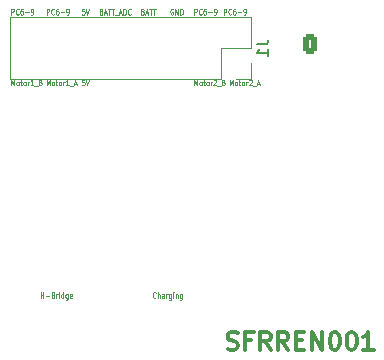
<source format=gbr>
%TF.GenerationSoftware,KiCad,Pcbnew,8.0.1*%
%TF.CreationDate,2024-03-24T23:32:15+02:00*%
%TF.ProjectId,PowerSubsystem,506f7765-7253-4756-9273-797374656d2e,rev?*%
%TF.SameCoordinates,Original*%
%TF.FileFunction,Legend,Bot*%
%TF.FilePolarity,Positive*%
%FSLAX46Y46*%
G04 Gerber Fmt 4.6, Leading zero omitted, Abs format (unit mm)*
G04 Created by KiCad (PCBNEW 8.0.1) date 2024-03-24 23:32:15*
%MOMM*%
%LPD*%
G01*
G04 APERTURE LIST*
G04 Aperture macros list*
%AMRoundRect*
0 Rectangle with rounded corners*
0 $1 Rounding radius*
0 $2 $3 $4 $5 $6 $7 $8 $9 X,Y pos of 4 corners*
0 Add a 4 corners polygon primitive as box body*
4,1,4,$2,$3,$4,$5,$6,$7,$8,$9,$2,$3,0*
0 Add four circle primitives for the rounded corners*
1,1,$1+$1,$2,$3*
1,1,$1+$1,$4,$5*
1,1,$1+$1,$6,$7*
1,1,$1+$1,$8,$9*
0 Add four rect primitives between the rounded corners*
20,1,$1+$1,$2,$3,$4,$5,0*
20,1,$1+$1,$4,$5,$6,$7,0*
20,1,$1+$1,$6,$7,$8,$9,0*
20,1,$1+$1,$8,$9,$2,$3,0*%
G04 Aperture macros list end*
%ADD10C,0.100000*%
%ADD11C,0.300000*%
%ADD12C,0.150000*%
%ADD13C,0.120000*%
%ADD14C,2.500000*%
%ADD15RoundRect,0.250000X-0.350000X-0.625000X0.350000X-0.625000X0.350000X0.625000X-0.350000X0.625000X0*%
%ADD16O,1.200000X1.750000*%
%ADD17O,1.700000X1.700000*%
%ADD18R,1.700000X1.700000*%
G04 APERTURE END LIST*
D10*
X175389598Y-72385990D02*
X175370550Y-72409800D01*
X175370550Y-72409800D02*
X175313408Y-72433609D01*
X175313408Y-72433609D02*
X175275312Y-72433609D01*
X175275312Y-72433609D02*
X175218169Y-72409800D01*
X175218169Y-72409800D02*
X175180074Y-72362180D01*
X175180074Y-72362180D02*
X175161027Y-72314561D01*
X175161027Y-72314561D02*
X175141979Y-72219323D01*
X175141979Y-72219323D02*
X175141979Y-72147895D01*
X175141979Y-72147895D02*
X175161027Y-72052657D01*
X175161027Y-72052657D02*
X175180074Y-72005038D01*
X175180074Y-72005038D02*
X175218169Y-71957419D01*
X175218169Y-71957419D02*
X175275312Y-71933609D01*
X175275312Y-71933609D02*
X175313408Y-71933609D01*
X175313408Y-71933609D02*
X175370550Y-71957419D01*
X175370550Y-71957419D02*
X175389598Y-71981228D01*
X175561027Y-72433609D02*
X175561027Y-71933609D01*
X175732455Y-72433609D02*
X175732455Y-72171704D01*
X175732455Y-72171704D02*
X175713408Y-72124085D01*
X175713408Y-72124085D02*
X175675312Y-72100276D01*
X175675312Y-72100276D02*
X175618169Y-72100276D01*
X175618169Y-72100276D02*
X175580074Y-72124085D01*
X175580074Y-72124085D02*
X175561027Y-72147895D01*
X176094360Y-72433609D02*
X176094360Y-72171704D01*
X176094360Y-72171704D02*
X176075313Y-72124085D01*
X176075313Y-72124085D02*
X176037217Y-72100276D01*
X176037217Y-72100276D02*
X175961027Y-72100276D01*
X175961027Y-72100276D02*
X175922932Y-72124085D01*
X176094360Y-72409800D02*
X176056265Y-72433609D01*
X176056265Y-72433609D02*
X175961027Y-72433609D01*
X175961027Y-72433609D02*
X175922932Y-72409800D01*
X175922932Y-72409800D02*
X175903884Y-72362180D01*
X175903884Y-72362180D02*
X175903884Y-72314561D01*
X175903884Y-72314561D02*
X175922932Y-72266942D01*
X175922932Y-72266942D02*
X175961027Y-72243133D01*
X175961027Y-72243133D02*
X176056265Y-72243133D01*
X176056265Y-72243133D02*
X176094360Y-72219323D01*
X176284837Y-72433609D02*
X176284837Y-72100276D01*
X176284837Y-72195514D02*
X176303884Y-72147895D01*
X176303884Y-72147895D02*
X176322932Y-72124085D01*
X176322932Y-72124085D02*
X176361027Y-72100276D01*
X176361027Y-72100276D02*
X176399122Y-72100276D01*
X176703884Y-72100276D02*
X176703884Y-72505038D01*
X176703884Y-72505038D02*
X176684837Y-72552657D01*
X176684837Y-72552657D02*
X176665789Y-72576466D01*
X176665789Y-72576466D02*
X176627694Y-72600276D01*
X176627694Y-72600276D02*
X176570551Y-72600276D01*
X176570551Y-72600276D02*
X176532456Y-72576466D01*
X176703884Y-72409800D02*
X176665789Y-72433609D01*
X176665789Y-72433609D02*
X176589598Y-72433609D01*
X176589598Y-72433609D02*
X176551503Y-72409800D01*
X176551503Y-72409800D02*
X176532456Y-72385990D01*
X176532456Y-72385990D02*
X176513408Y-72338371D01*
X176513408Y-72338371D02*
X176513408Y-72195514D01*
X176513408Y-72195514D02*
X176532456Y-72147895D01*
X176532456Y-72147895D02*
X176551503Y-72124085D01*
X176551503Y-72124085D02*
X176589598Y-72100276D01*
X176589598Y-72100276D02*
X176665789Y-72100276D01*
X176665789Y-72100276D02*
X176703884Y-72124085D01*
X176894361Y-72433609D02*
X176894361Y-72100276D01*
X176894361Y-71933609D02*
X176875313Y-71957419D01*
X176875313Y-71957419D02*
X176894361Y-71981228D01*
X176894361Y-71981228D02*
X176913408Y-71957419D01*
X176913408Y-71957419D02*
X176894361Y-71933609D01*
X176894361Y-71933609D02*
X176894361Y-71981228D01*
X177084837Y-72100276D02*
X177084837Y-72433609D01*
X177084837Y-72147895D02*
X177103884Y-72124085D01*
X177103884Y-72124085D02*
X177141979Y-72100276D01*
X177141979Y-72100276D02*
X177199122Y-72100276D01*
X177199122Y-72100276D02*
X177237218Y-72124085D01*
X177237218Y-72124085D02*
X177256265Y-72171704D01*
X177256265Y-72171704D02*
X177256265Y-72433609D01*
X177618170Y-72100276D02*
X177618170Y-72505038D01*
X177618170Y-72505038D02*
X177599123Y-72552657D01*
X177599123Y-72552657D02*
X177580075Y-72576466D01*
X177580075Y-72576466D02*
X177541980Y-72600276D01*
X177541980Y-72600276D02*
X177484837Y-72600276D01*
X177484837Y-72600276D02*
X177446742Y-72576466D01*
X177618170Y-72409800D02*
X177580075Y-72433609D01*
X177580075Y-72433609D02*
X177503884Y-72433609D01*
X177503884Y-72433609D02*
X177465789Y-72409800D01*
X177465789Y-72409800D02*
X177446742Y-72385990D01*
X177446742Y-72385990D02*
X177427694Y-72338371D01*
X177427694Y-72338371D02*
X177427694Y-72195514D01*
X177427694Y-72195514D02*
X177446742Y-72147895D01*
X177446742Y-72147895D02*
X177465789Y-72124085D01*
X177465789Y-72124085D02*
X177503884Y-72100276D01*
X177503884Y-72100276D02*
X177580075Y-72100276D01*
X177580075Y-72100276D02*
X177618170Y-72124085D01*
X165661027Y-72433609D02*
X165661027Y-71933609D01*
X165661027Y-72171704D02*
X165889598Y-72171704D01*
X165889598Y-72433609D02*
X165889598Y-71933609D01*
X166080075Y-72243133D02*
X166384837Y-72243133D01*
X166708646Y-72171704D02*
X166765789Y-72195514D01*
X166765789Y-72195514D02*
X166784836Y-72219323D01*
X166784836Y-72219323D02*
X166803884Y-72266942D01*
X166803884Y-72266942D02*
X166803884Y-72338371D01*
X166803884Y-72338371D02*
X166784836Y-72385990D01*
X166784836Y-72385990D02*
X166765789Y-72409800D01*
X166765789Y-72409800D02*
X166727694Y-72433609D01*
X166727694Y-72433609D02*
X166575313Y-72433609D01*
X166575313Y-72433609D02*
X166575313Y-71933609D01*
X166575313Y-71933609D02*
X166708646Y-71933609D01*
X166708646Y-71933609D02*
X166746741Y-71957419D01*
X166746741Y-71957419D02*
X166765789Y-71981228D01*
X166765789Y-71981228D02*
X166784836Y-72028847D01*
X166784836Y-72028847D02*
X166784836Y-72076466D01*
X166784836Y-72076466D02*
X166765789Y-72124085D01*
X166765789Y-72124085D02*
X166746741Y-72147895D01*
X166746741Y-72147895D02*
X166708646Y-72171704D01*
X166708646Y-72171704D02*
X166575313Y-72171704D01*
X166975313Y-72433609D02*
X166975313Y-72100276D01*
X166975313Y-72195514D02*
X166994360Y-72147895D01*
X166994360Y-72147895D02*
X167013408Y-72124085D01*
X167013408Y-72124085D02*
X167051503Y-72100276D01*
X167051503Y-72100276D02*
X167089598Y-72100276D01*
X167222932Y-72433609D02*
X167222932Y-72100276D01*
X167222932Y-71933609D02*
X167203884Y-71957419D01*
X167203884Y-71957419D02*
X167222932Y-71981228D01*
X167222932Y-71981228D02*
X167241979Y-71957419D01*
X167241979Y-71957419D02*
X167222932Y-71933609D01*
X167222932Y-71933609D02*
X167222932Y-71981228D01*
X167584836Y-72433609D02*
X167584836Y-71933609D01*
X167584836Y-72409800D02*
X167546741Y-72433609D01*
X167546741Y-72433609D02*
X167470550Y-72433609D01*
X167470550Y-72433609D02*
X167432455Y-72409800D01*
X167432455Y-72409800D02*
X167413408Y-72385990D01*
X167413408Y-72385990D02*
X167394360Y-72338371D01*
X167394360Y-72338371D02*
X167394360Y-72195514D01*
X167394360Y-72195514D02*
X167413408Y-72147895D01*
X167413408Y-72147895D02*
X167432455Y-72124085D01*
X167432455Y-72124085D02*
X167470550Y-72100276D01*
X167470550Y-72100276D02*
X167546741Y-72100276D01*
X167546741Y-72100276D02*
X167584836Y-72124085D01*
X167946741Y-72100276D02*
X167946741Y-72505038D01*
X167946741Y-72505038D02*
X167927694Y-72552657D01*
X167927694Y-72552657D02*
X167908646Y-72576466D01*
X167908646Y-72576466D02*
X167870551Y-72600276D01*
X167870551Y-72600276D02*
X167813408Y-72600276D01*
X167813408Y-72600276D02*
X167775313Y-72576466D01*
X167946741Y-72409800D02*
X167908646Y-72433609D01*
X167908646Y-72433609D02*
X167832455Y-72433609D01*
X167832455Y-72433609D02*
X167794360Y-72409800D01*
X167794360Y-72409800D02*
X167775313Y-72385990D01*
X167775313Y-72385990D02*
X167756265Y-72338371D01*
X167756265Y-72338371D02*
X167756265Y-72195514D01*
X167756265Y-72195514D02*
X167775313Y-72147895D01*
X167775313Y-72147895D02*
X167794360Y-72124085D01*
X167794360Y-72124085D02*
X167832455Y-72100276D01*
X167832455Y-72100276D02*
X167908646Y-72100276D01*
X167908646Y-72100276D02*
X167946741Y-72124085D01*
X168289599Y-72409800D02*
X168251503Y-72433609D01*
X168251503Y-72433609D02*
X168175313Y-72433609D01*
X168175313Y-72433609D02*
X168137218Y-72409800D01*
X168137218Y-72409800D02*
X168118170Y-72362180D01*
X168118170Y-72362180D02*
X168118170Y-72171704D01*
X168118170Y-72171704D02*
X168137218Y-72124085D01*
X168137218Y-72124085D02*
X168175313Y-72100276D01*
X168175313Y-72100276D02*
X168251503Y-72100276D01*
X168251503Y-72100276D02*
X168289599Y-72124085D01*
X168289599Y-72124085D02*
X168308646Y-72171704D01*
X168308646Y-72171704D02*
X168308646Y-72219323D01*
X168308646Y-72219323D02*
X168118170Y-72266942D01*
D11*
X181483082Y-76729400D02*
X181697368Y-76800828D01*
X181697368Y-76800828D02*
X182054510Y-76800828D01*
X182054510Y-76800828D02*
X182197368Y-76729400D01*
X182197368Y-76729400D02*
X182268796Y-76657971D01*
X182268796Y-76657971D02*
X182340225Y-76515114D01*
X182340225Y-76515114D02*
X182340225Y-76372257D01*
X182340225Y-76372257D02*
X182268796Y-76229400D01*
X182268796Y-76229400D02*
X182197368Y-76157971D01*
X182197368Y-76157971D02*
X182054510Y-76086542D01*
X182054510Y-76086542D02*
X181768796Y-76015114D01*
X181768796Y-76015114D02*
X181625939Y-75943685D01*
X181625939Y-75943685D02*
X181554510Y-75872257D01*
X181554510Y-75872257D02*
X181483082Y-75729400D01*
X181483082Y-75729400D02*
X181483082Y-75586542D01*
X181483082Y-75586542D02*
X181554510Y-75443685D01*
X181554510Y-75443685D02*
X181625939Y-75372257D01*
X181625939Y-75372257D02*
X181768796Y-75300828D01*
X181768796Y-75300828D02*
X182125939Y-75300828D01*
X182125939Y-75300828D02*
X182340225Y-75372257D01*
X183483081Y-76015114D02*
X182983081Y-76015114D01*
X182983081Y-76800828D02*
X182983081Y-75300828D01*
X182983081Y-75300828D02*
X183697367Y-75300828D01*
X185125938Y-76800828D02*
X184625938Y-76086542D01*
X184268795Y-76800828D02*
X184268795Y-75300828D01*
X184268795Y-75300828D02*
X184840224Y-75300828D01*
X184840224Y-75300828D02*
X184983081Y-75372257D01*
X184983081Y-75372257D02*
X185054510Y-75443685D01*
X185054510Y-75443685D02*
X185125938Y-75586542D01*
X185125938Y-75586542D02*
X185125938Y-75800828D01*
X185125938Y-75800828D02*
X185054510Y-75943685D01*
X185054510Y-75943685D02*
X184983081Y-76015114D01*
X184983081Y-76015114D02*
X184840224Y-76086542D01*
X184840224Y-76086542D02*
X184268795Y-76086542D01*
X186625938Y-76800828D02*
X186125938Y-76086542D01*
X185768795Y-76800828D02*
X185768795Y-75300828D01*
X185768795Y-75300828D02*
X186340224Y-75300828D01*
X186340224Y-75300828D02*
X186483081Y-75372257D01*
X186483081Y-75372257D02*
X186554510Y-75443685D01*
X186554510Y-75443685D02*
X186625938Y-75586542D01*
X186625938Y-75586542D02*
X186625938Y-75800828D01*
X186625938Y-75800828D02*
X186554510Y-75943685D01*
X186554510Y-75943685D02*
X186483081Y-76015114D01*
X186483081Y-76015114D02*
X186340224Y-76086542D01*
X186340224Y-76086542D02*
X185768795Y-76086542D01*
X187268795Y-76015114D02*
X187768795Y-76015114D01*
X187983081Y-76800828D02*
X187268795Y-76800828D01*
X187268795Y-76800828D02*
X187268795Y-75300828D01*
X187268795Y-75300828D02*
X187983081Y-75300828D01*
X188625938Y-76800828D02*
X188625938Y-75300828D01*
X188625938Y-75300828D02*
X189483081Y-76800828D01*
X189483081Y-76800828D02*
X189483081Y-75300828D01*
X190483082Y-75300828D02*
X190625939Y-75300828D01*
X190625939Y-75300828D02*
X190768796Y-75372257D01*
X190768796Y-75372257D02*
X190840225Y-75443685D01*
X190840225Y-75443685D02*
X190911653Y-75586542D01*
X190911653Y-75586542D02*
X190983082Y-75872257D01*
X190983082Y-75872257D02*
X190983082Y-76229400D01*
X190983082Y-76229400D02*
X190911653Y-76515114D01*
X190911653Y-76515114D02*
X190840225Y-76657971D01*
X190840225Y-76657971D02*
X190768796Y-76729400D01*
X190768796Y-76729400D02*
X190625939Y-76800828D01*
X190625939Y-76800828D02*
X190483082Y-76800828D01*
X190483082Y-76800828D02*
X190340225Y-76729400D01*
X190340225Y-76729400D02*
X190268796Y-76657971D01*
X190268796Y-76657971D02*
X190197367Y-76515114D01*
X190197367Y-76515114D02*
X190125939Y-76229400D01*
X190125939Y-76229400D02*
X190125939Y-75872257D01*
X190125939Y-75872257D02*
X190197367Y-75586542D01*
X190197367Y-75586542D02*
X190268796Y-75443685D01*
X190268796Y-75443685D02*
X190340225Y-75372257D01*
X190340225Y-75372257D02*
X190483082Y-75300828D01*
X191911653Y-75300828D02*
X192054510Y-75300828D01*
X192054510Y-75300828D02*
X192197367Y-75372257D01*
X192197367Y-75372257D02*
X192268796Y-75443685D01*
X192268796Y-75443685D02*
X192340224Y-75586542D01*
X192340224Y-75586542D02*
X192411653Y-75872257D01*
X192411653Y-75872257D02*
X192411653Y-76229400D01*
X192411653Y-76229400D02*
X192340224Y-76515114D01*
X192340224Y-76515114D02*
X192268796Y-76657971D01*
X192268796Y-76657971D02*
X192197367Y-76729400D01*
X192197367Y-76729400D02*
X192054510Y-76800828D01*
X192054510Y-76800828D02*
X191911653Y-76800828D01*
X191911653Y-76800828D02*
X191768796Y-76729400D01*
X191768796Y-76729400D02*
X191697367Y-76657971D01*
X191697367Y-76657971D02*
X191625938Y-76515114D01*
X191625938Y-76515114D02*
X191554510Y-76229400D01*
X191554510Y-76229400D02*
X191554510Y-75872257D01*
X191554510Y-75872257D02*
X191625938Y-75586542D01*
X191625938Y-75586542D02*
X191697367Y-75443685D01*
X191697367Y-75443685D02*
X191768796Y-75372257D01*
X191768796Y-75372257D02*
X191911653Y-75300828D01*
X193840224Y-76800828D02*
X192983081Y-76800828D01*
X193411652Y-76800828D02*
X193411652Y-75300828D01*
X193411652Y-75300828D02*
X193268795Y-75515114D01*
X193268795Y-75515114D02*
X193125938Y-75657971D01*
X193125938Y-75657971D02*
X192983081Y-75729400D01*
D10*
X181161027Y-48433609D02*
X181161027Y-47933609D01*
X181161027Y-47933609D02*
X181313408Y-47933609D01*
X181313408Y-47933609D02*
X181351503Y-47957419D01*
X181351503Y-47957419D02*
X181370550Y-47981228D01*
X181370550Y-47981228D02*
X181389598Y-48028847D01*
X181389598Y-48028847D02*
X181389598Y-48100276D01*
X181389598Y-48100276D02*
X181370550Y-48147895D01*
X181370550Y-48147895D02*
X181351503Y-48171704D01*
X181351503Y-48171704D02*
X181313408Y-48195514D01*
X181313408Y-48195514D02*
X181161027Y-48195514D01*
X181789598Y-48385990D02*
X181770550Y-48409800D01*
X181770550Y-48409800D02*
X181713408Y-48433609D01*
X181713408Y-48433609D02*
X181675312Y-48433609D01*
X181675312Y-48433609D02*
X181618169Y-48409800D01*
X181618169Y-48409800D02*
X181580074Y-48362180D01*
X181580074Y-48362180D02*
X181561027Y-48314561D01*
X181561027Y-48314561D02*
X181541979Y-48219323D01*
X181541979Y-48219323D02*
X181541979Y-48147895D01*
X181541979Y-48147895D02*
X181561027Y-48052657D01*
X181561027Y-48052657D02*
X181580074Y-48005038D01*
X181580074Y-48005038D02*
X181618169Y-47957419D01*
X181618169Y-47957419D02*
X181675312Y-47933609D01*
X181675312Y-47933609D02*
X181713408Y-47933609D01*
X181713408Y-47933609D02*
X181770550Y-47957419D01*
X181770550Y-47957419D02*
X181789598Y-47981228D01*
X182132455Y-47933609D02*
X182056265Y-47933609D01*
X182056265Y-47933609D02*
X182018169Y-47957419D01*
X182018169Y-47957419D02*
X181999122Y-47981228D01*
X181999122Y-47981228D02*
X181961027Y-48052657D01*
X181961027Y-48052657D02*
X181941979Y-48147895D01*
X181941979Y-48147895D02*
X181941979Y-48338371D01*
X181941979Y-48338371D02*
X181961027Y-48385990D01*
X181961027Y-48385990D02*
X181980074Y-48409800D01*
X181980074Y-48409800D02*
X182018169Y-48433609D01*
X182018169Y-48433609D02*
X182094360Y-48433609D01*
X182094360Y-48433609D02*
X182132455Y-48409800D01*
X182132455Y-48409800D02*
X182151503Y-48385990D01*
X182151503Y-48385990D02*
X182170550Y-48338371D01*
X182170550Y-48338371D02*
X182170550Y-48219323D01*
X182170550Y-48219323D02*
X182151503Y-48171704D01*
X182151503Y-48171704D02*
X182132455Y-48147895D01*
X182132455Y-48147895D02*
X182094360Y-48124085D01*
X182094360Y-48124085D02*
X182018169Y-48124085D01*
X182018169Y-48124085D02*
X181980074Y-48147895D01*
X181980074Y-48147895D02*
X181961027Y-48171704D01*
X181961027Y-48171704D02*
X181941979Y-48219323D01*
X182341979Y-48243133D02*
X182646741Y-48243133D01*
X182856264Y-48433609D02*
X182932455Y-48433609D01*
X182932455Y-48433609D02*
X182970550Y-48409800D01*
X182970550Y-48409800D02*
X182989598Y-48385990D01*
X182989598Y-48385990D02*
X183027693Y-48314561D01*
X183027693Y-48314561D02*
X183046740Y-48219323D01*
X183046740Y-48219323D02*
X183046740Y-48028847D01*
X183046740Y-48028847D02*
X183027693Y-47981228D01*
X183027693Y-47981228D02*
X183008645Y-47957419D01*
X183008645Y-47957419D02*
X182970550Y-47933609D01*
X182970550Y-47933609D02*
X182894359Y-47933609D01*
X182894359Y-47933609D02*
X182856264Y-47957419D01*
X182856264Y-47957419D02*
X182837217Y-47981228D01*
X182837217Y-47981228D02*
X182818169Y-48028847D01*
X182818169Y-48028847D02*
X182818169Y-48147895D01*
X182818169Y-48147895D02*
X182837217Y-48195514D01*
X182837217Y-48195514D02*
X182856264Y-48219323D01*
X182856264Y-48219323D02*
X182894359Y-48243133D01*
X182894359Y-48243133D02*
X182970550Y-48243133D01*
X182970550Y-48243133D02*
X183008645Y-48219323D01*
X183008645Y-48219323D02*
X183027693Y-48195514D01*
X183027693Y-48195514D02*
X183046740Y-48147895D01*
X178661027Y-48433609D02*
X178661027Y-47933609D01*
X178661027Y-47933609D02*
X178813408Y-47933609D01*
X178813408Y-47933609D02*
X178851503Y-47957419D01*
X178851503Y-47957419D02*
X178870550Y-47981228D01*
X178870550Y-47981228D02*
X178889598Y-48028847D01*
X178889598Y-48028847D02*
X178889598Y-48100276D01*
X178889598Y-48100276D02*
X178870550Y-48147895D01*
X178870550Y-48147895D02*
X178851503Y-48171704D01*
X178851503Y-48171704D02*
X178813408Y-48195514D01*
X178813408Y-48195514D02*
X178661027Y-48195514D01*
X179289598Y-48385990D02*
X179270550Y-48409800D01*
X179270550Y-48409800D02*
X179213408Y-48433609D01*
X179213408Y-48433609D02*
X179175312Y-48433609D01*
X179175312Y-48433609D02*
X179118169Y-48409800D01*
X179118169Y-48409800D02*
X179080074Y-48362180D01*
X179080074Y-48362180D02*
X179061027Y-48314561D01*
X179061027Y-48314561D02*
X179041979Y-48219323D01*
X179041979Y-48219323D02*
X179041979Y-48147895D01*
X179041979Y-48147895D02*
X179061027Y-48052657D01*
X179061027Y-48052657D02*
X179080074Y-48005038D01*
X179080074Y-48005038D02*
X179118169Y-47957419D01*
X179118169Y-47957419D02*
X179175312Y-47933609D01*
X179175312Y-47933609D02*
X179213408Y-47933609D01*
X179213408Y-47933609D02*
X179270550Y-47957419D01*
X179270550Y-47957419D02*
X179289598Y-47981228D01*
X179632455Y-47933609D02*
X179556265Y-47933609D01*
X179556265Y-47933609D02*
X179518169Y-47957419D01*
X179518169Y-47957419D02*
X179499122Y-47981228D01*
X179499122Y-47981228D02*
X179461027Y-48052657D01*
X179461027Y-48052657D02*
X179441979Y-48147895D01*
X179441979Y-48147895D02*
X179441979Y-48338371D01*
X179441979Y-48338371D02*
X179461027Y-48385990D01*
X179461027Y-48385990D02*
X179480074Y-48409800D01*
X179480074Y-48409800D02*
X179518169Y-48433609D01*
X179518169Y-48433609D02*
X179594360Y-48433609D01*
X179594360Y-48433609D02*
X179632455Y-48409800D01*
X179632455Y-48409800D02*
X179651503Y-48385990D01*
X179651503Y-48385990D02*
X179670550Y-48338371D01*
X179670550Y-48338371D02*
X179670550Y-48219323D01*
X179670550Y-48219323D02*
X179651503Y-48171704D01*
X179651503Y-48171704D02*
X179632455Y-48147895D01*
X179632455Y-48147895D02*
X179594360Y-48124085D01*
X179594360Y-48124085D02*
X179518169Y-48124085D01*
X179518169Y-48124085D02*
X179480074Y-48147895D01*
X179480074Y-48147895D02*
X179461027Y-48171704D01*
X179461027Y-48171704D02*
X179441979Y-48219323D01*
X179841979Y-48243133D02*
X180146741Y-48243133D01*
X180356264Y-48433609D02*
X180432455Y-48433609D01*
X180432455Y-48433609D02*
X180470550Y-48409800D01*
X180470550Y-48409800D02*
X180489598Y-48385990D01*
X180489598Y-48385990D02*
X180527693Y-48314561D01*
X180527693Y-48314561D02*
X180546740Y-48219323D01*
X180546740Y-48219323D02*
X180546740Y-48028847D01*
X180546740Y-48028847D02*
X180527693Y-47981228D01*
X180527693Y-47981228D02*
X180508645Y-47957419D01*
X180508645Y-47957419D02*
X180470550Y-47933609D01*
X180470550Y-47933609D02*
X180394359Y-47933609D01*
X180394359Y-47933609D02*
X180356264Y-47957419D01*
X180356264Y-47957419D02*
X180337217Y-47981228D01*
X180337217Y-47981228D02*
X180318169Y-48028847D01*
X180318169Y-48028847D02*
X180318169Y-48147895D01*
X180318169Y-48147895D02*
X180337217Y-48195514D01*
X180337217Y-48195514D02*
X180356264Y-48219323D01*
X180356264Y-48219323D02*
X180394359Y-48243133D01*
X180394359Y-48243133D02*
X180470550Y-48243133D01*
X180470550Y-48243133D02*
X180508645Y-48219323D01*
X180508645Y-48219323D02*
X180527693Y-48195514D01*
X180527693Y-48195514D02*
X180546740Y-48147895D01*
X181661027Y-54433609D02*
X181661027Y-53933609D01*
X181661027Y-53933609D02*
X181794360Y-54290752D01*
X181794360Y-54290752D02*
X181927693Y-53933609D01*
X181927693Y-53933609D02*
X181927693Y-54433609D01*
X182175312Y-54433609D02*
X182137217Y-54409800D01*
X182137217Y-54409800D02*
X182118170Y-54385990D01*
X182118170Y-54385990D02*
X182099122Y-54338371D01*
X182099122Y-54338371D02*
X182099122Y-54195514D01*
X182099122Y-54195514D02*
X182118170Y-54147895D01*
X182118170Y-54147895D02*
X182137217Y-54124085D01*
X182137217Y-54124085D02*
X182175312Y-54100276D01*
X182175312Y-54100276D02*
X182232455Y-54100276D01*
X182232455Y-54100276D02*
X182270551Y-54124085D01*
X182270551Y-54124085D02*
X182289598Y-54147895D01*
X182289598Y-54147895D02*
X182308646Y-54195514D01*
X182308646Y-54195514D02*
X182308646Y-54338371D01*
X182308646Y-54338371D02*
X182289598Y-54385990D01*
X182289598Y-54385990D02*
X182270551Y-54409800D01*
X182270551Y-54409800D02*
X182232455Y-54433609D01*
X182232455Y-54433609D02*
X182175312Y-54433609D01*
X182422932Y-54100276D02*
X182575313Y-54100276D01*
X182480075Y-53933609D02*
X182480075Y-54362180D01*
X182480075Y-54362180D02*
X182499122Y-54409800D01*
X182499122Y-54409800D02*
X182537217Y-54433609D01*
X182537217Y-54433609D02*
X182575313Y-54433609D01*
X182765788Y-54433609D02*
X182727693Y-54409800D01*
X182727693Y-54409800D02*
X182708646Y-54385990D01*
X182708646Y-54385990D02*
X182689598Y-54338371D01*
X182689598Y-54338371D02*
X182689598Y-54195514D01*
X182689598Y-54195514D02*
X182708646Y-54147895D01*
X182708646Y-54147895D02*
X182727693Y-54124085D01*
X182727693Y-54124085D02*
X182765788Y-54100276D01*
X182765788Y-54100276D02*
X182822931Y-54100276D01*
X182822931Y-54100276D02*
X182861027Y-54124085D01*
X182861027Y-54124085D02*
X182880074Y-54147895D01*
X182880074Y-54147895D02*
X182899122Y-54195514D01*
X182899122Y-54195514D02*
X182899122Y-54338371D01*
X182899122Y-54338371D02*
X182880074Y-54385990D01*
X182880074Y-54385990D02*
X182861027Y-54409800D01*
X182861027Y-54409800D02*
X182822931Y-54433609D01*
X182822931Y-54433609D02*
X182765788Y-54433609D01*
X183070551Y-54433609D02*
X183070551Y-54100276D01*
X183070551Y-54195514D02*
X183089598Y-54147895D01*
X183089598Y-54147895D02*
X183108646Y-54124085D01*
X183108646Y-54124085D02*
X183146741Y-54100276D01*
X183146741Y-54100276D02*
X183184836Y-54100276D01*
X183299122Y-53981228D02*
X183318170Y-53957419D01*
X183318170Y-53957419D02*
X183356265Y-53933609D01*
X183356265Y-53933609D02*
X183451503Y-53933609D01*
X183451503Y-53933609D02*
X183489598Y-53957419D01*
X183489598Y-53957419D02*
X183508646Y-53981228D01*
X183508646Y-53981228D02*
X183527693Y-54028847D01*
X183527693Y-54028847D02*
X183527693Y-54076466D01*
X183527693Y-54076466D02*
X183508646Y-54147895D01*
X183508646Y-54147895D02*
X183280074Y-54433609D01*
X183280074Y-54433609D02*
X183527693Y-54433609D01*
X183603884Y-54481228D02*
X183908645Y-54481228D01*
X183984836Y-54290752D02*
X184175312Y-54290752D01*
X183946741Y-54433609D02*
X184080074Y-53933609D01*
X184080074Y-53933609D02*
X184213407Y-54433609D01*
X178661027Y-54433609D02*
X178661027Y-53933609D01*
X178661027Y-53933609D02*
X178794360Y-54290752D01*
X178794360Y-54290752D02*
X178927693Y-53933609D01*
X178927693Y-53933609D02*
X178927693Y-54433609D01*
X179175312Y-54433609D02*
X179137217Y-54409800D01*
X179137217Y-54409800D02*
X179118170Y-54385990D01*
X179118170Y-54385990D02*
X179099122Y-54338371D01*
X179099122Y-54338371D02*
X179099122Y-54195514D01*
X179099122Y-54195514D02*
X179118170Y-54147895D01*
X179118170Y-54147895D02*
X179137217Y-54124085D01*
X179137217Y-54124085D02*
X179175312Y-54100276D01*
X179175312Y-54100276D02*
X179232455Y-54100276D01*
X179232455Y-54100276D02*
X179270551Y-54124085D01*
X179270551Y-54124085D02*
X179289598Y-54147895D01*
X179289598Y-54147895D02*
X179308646Y-54195514D01*
X179308646Y-54195514D02*
X179308646Y-54338371D01*
X179308646Y-54338371D02*
X179289598Y-54385990D01*
X179289598Y-54385990D02*
X179270551Y-54409800D01*
X179270551Y-54409800D02*
X179232455Y-54433609D01*
X179232455Y-54433609D02*
X179175312Y-54433609D01*
X179422932Y-54100276D02*
X179575313Y-54100276D01*
X179480075Y-53933609D02*
X179480075Y-54362180D01*
X179480075Y-54362180D02*
X179499122Y-54409800D01*
X179499122Y-54409800D02*
X179537217Y-54433609D01*
X179537217Y-54433609D02*
X179575313Y-54433609D01*
X179765788Y-54433609D02*
X179727693Y-54409800D01*
X179727693Y-54409800D02*
X179708646Y-54385990D01*
X179708646Y-54385990D02*
X179689598Y-54338371D01*
X179689598Y-54338371D02*
X179689598Y-54195514D01*
X179689598Y-54195514D02*
X179708646Y-54147895D01*
X179708646Y-54147895D02*
X179727693Y-54124085D01*
X179727693Y-54124085D02*
X179765788Y-54100276D01*
X179765788Y-54100276D02*
X179822931Y-54100276D01*
X179822931Y-54100276D02*
X179861027Y-54124085D01*
X179861027Y-54124085D02*
X179880074Y-54147895D01*
X179880074Y-54147895D02*
X179899122Y-54195514D01*
X179899122Y-54195514D02*
X179899122Y-54338371D01*
X179899122Y-54338371D02*
X179880074Y-54385990D01*
X179880074Y-54385990D02*
X179861027Y-54409800D01*
X179861027Y-54409800D02*
X179822931Y-54433609D01*
X179822931Y-54433609D02*
X179765788Y-54433609D01*
X180070551Y-54433609D02*
X180070551Y-54100276D01*
X180070551Y-54195514D02*
X180089598Y-54147895D01*
X180089598Y-54147895D02*
X180108646Y-54124085D01*
X180108646Y-54124085D02*
X180146741Y-54100276D01*
X180146741Y-54100276D02*
X180184836Y-54100276D01*
X180299122Y-53981228D02*
X180318170Y-53957419D01*
X180318170Y-53957419D02*
X180356265Y-53933609D01*
X180356265Y-53933609D02*
X180451503Y-53933609D01*
X180451503Y-53933609D02*
X180489598Y-53957419D01*
X180489598Y-53957419D02*
X180508646Y-53981228D01*
X180508646Y-53981228D02*
X180527693Y-54028847D01*
X180527693Y-54028847D02*
X180527693Y-54076466D01*
X180527693Y-54076466D02*
X180508646Y-54147895D01*
X180508646Y-54147895D02*
X180280074Y-54433609D01*
X180280074Y-54433609D02*
X180527693Y-54433609D01*
X180603884Y-54481228D02*
X180908645Y-54481228D01*
X181137217Y-54171704D02*
X181194360Y-54195514D01*
X181194360Y-54195514D02*
X181213407Y-54219323D01*
X181213407Y-54219323D02*
X181232455Y-54266942D01*
X181232455Y-54266942D02*
X181232455Y-54338371D01*
X181232455Y-54338371D02*
X181213407Y-54385990D01*
X181213407Y-54385990D02*
X181194360Y-54409800D01*
X181194360Y-54409800D02*
X181156265Y-54433609D01*
X181156265Y-54433609D02*
X181003884Y-54433609D01*
X181003884Y-54433609D02*
X181003884Y-53933609D01*
X181003884Y-53933609D02*
X181137217Y-53933609D01*
X181137217Y-53933609D02*
X181175312Y-53957419D01*
X181175312Y-53957419D02*
X181194360Y-53981228D01*
X181194360Y-53981228D02*
X181213407Y-54028847D01*
X181213407Y-54028847D02*
X181213407Y-54076466D01*
X181213407Y-54076466D02*
X181194360Y-54124085D01*
X181194360Y-54124085D02*
X181175312Y-54147895D01*
X181175312Y-54147895D02*
X181137217Y-54171704D01*
X181137217Y-54171704D02*
X181003884Y-54171704D01*
X166161027Y-54433609D02*
X166161027Y-53933609D01*
X166161027Y-53933609D02*
X166294360Y-54290752D01*
X166294360Y-54290752D02*
X166427693Y-53933609D01*
X166427693Y-53933609D02*
X166427693Y-54433609D01*
X166675312Y-54433609D02*
X166637217Y-54409800D01*
X166637217Y-54409800D02*
X166618170Y-54385990D01*
X166618170Y-54385990D02*
X166599122Y-54338371D01*
X166599122Y-54338371D02*
X166599122Y-54195514D01*
X166599122Y-54195514D02*
X166618170Y-54147895D01*
X166618170Y-54147895D02*
X166637217Y-54124085D01*
X166637217Y-54124085D02*
X166675312Y-54100276D01*
X166675312Y-54100276D02*
X166732455Y-54100276D01*
X166732455Y-54100276D02*
X166770551Y-54124085D01*
X166770551Y-54124085D02*
X166789598Y-54147895D01*
X166789598Y-54147895D02*
X166808646Y-54195514D01*
X166808646Y-54195514D02*
X166808646Y-54338371D01*
X166808646Y-54338371D02*
X166789598Y-54385990D01*
X166789598Y-54385990D02*
X166770551Y-54409800D01*
X166770551Y-54409800D02*
X166732455Y-54433609D01*
X166732455Y-54433609D02*
X166675312Y-54433609D01*
X166922932Y-54100276D02*
X167075313Y-54100276D01*
X166980075Y-53933609D02*
X166980075Y-54362180D01*
X166980075Y-54362180D02*
X166999122Y-54409800D01*
X166999122Y-54409800D02*
X167037217Y-54433609D01*
X167037217Y-54433609D02*
X167075313Y-54433609D01*
X167265788Y-54433609D02*
X167227693Y-54409800D01*
X167227693Y-54409800D02*
X167208646Y-54385990D01*
X167208646Y-54385990D02*
X167189598Y-54338371D01*
X167189598Y-54338371D02*
X167189598Y-54195514D01*
X167189598Y-54195514D02*
X167208646Y-54147895D01*
X167208646Y-54147895D02*
X167227693Y-54124085D01*
X167227693Y-54124085D02*
X167265788Y-54100276D01*
X167265788Y-54100276D02*
X167322931Y-54100276D01*
X167322931Y-54100276D02*
X167361027Y-54124085D01*
X167361027Y-54124085D02*
X167380074Y-54147895D01*
X167380074Y-54147895D02*
X167399122Y-54195514D01*
X167399122Y-54195514D02*
X167399122Y-54338371D01*
X167399122Y-54338371D02*
X167380074Y-54385990D01*
X167380074Y-54385990D02*
X167361027Y-54409800D01*
X167361027Y-54409800D02*
X167322931Y-54433609D01*
X167322931Y-54433609D02*
X167265788Y-54433609D01*
X167570551Y-54433609D02*
X167570551Y-54100276D01*
X167570551Y-54195514D02*
X167589598Y-54147895D01*
X167589598Y-54147895D02*
X167608646Y-54124085D01*
X167608646Y-54124085D02*
X167646741Y-54100276D01*
X167646741Y-54100276D02*
X167684836Y-54100276D01*
X168027693Y-54433609D02*
X167799122Y-54433609D01*
X167913408Y-54433609D02*
X167913408Y-53933609D01*
X167913408Y-53933609D02*
X167875312Y-54005038D01*
X167875312Y-54005038D02*
X167837217Y-54052657D01*
X167837217Y-54052657D02*
X167799122Y-54076466D01*
X168103884Y-54481228D02*
X168408645Y-54481228D01*
X168484836Y-54290752D02*
X168675312Y-54290752D01*
X168446741Y-54433609D02*
X168580074Y-53933609D01*
X168580074Y-53933609D02*
X168713407Y-54433609D01*
X163161027Y-54433609D02*
X163161027Y-53933609D01*
X163161027Y-53933609D02*
X163294360Y-54290752D01*
X163294360Y-54290752D02*
X163427693Y-53933609D01*
X163427693Y-53933609D02*
X163427693Y-54433609D01*
X163675312Y-54433609D02*
X163637217Y-54409800D01*
X163637217Y-54409800D02*
X163618170Y-54385990D01*
X163618170Y-54385990D02*
X163599122Y-54338371D01*
X163599122Y-54338371D02*
X163599122Y-54195514D01*
X163599122Y-54195514D02*
X163618170Y-54147895D01*
X163618170Y-54147895D02*
X163637217Y-54124085D01*
X163637217Y-54124085D02*
X163675312Y-54100276D01*
X163675312Y-54100276D02*
X163732455Y-54100276D01*
X163732455Y-54100276D02*
X163770551Y-54124085D01*
X163770551Y-54124085D02*
X163789598Y-54147895D01*
X163789598Y-54147895D02*
X163808646Y-54195514D01*
X163808646Y-54195514D02*
X163808646Y-54338371D01*
X163808646Y-54338371D02*
X163789598Y-54385990D01*
X163789598Y-54385990D02*
X163770551Y-54409800D01*
X163770551Y-54409800D02*
X163732455Y-54433609D01*
X163732455Y-54433609D02*
X163675312Y-54433609D01*
X163922932Y-54100276D02*
X164075313Y-54100276D01*
X163980075Y-53933609D02*
X163980075Y-54362180D01*
X163980075Y-54362180D02*
X163999122Y-54409800D01*
X163999122Y-54409800D02*
X164037217Y-54433609D01*
X164037217Y-54433609D02*
X164075313Y-54433609D01*
X164265788Y-54433609D02*
X164227693Y-54409800D01*
X164227693Y-54409800D02*
X164208646Y-54385990D01*
X164208646Y-54385990D02*
X164189598Y-54338371D01*
X164189598Y-54338371D02*
X164189598Y-54195514D01*
X164189598Y-54195514D02*
X164208646Y-54147895D01*
X164208646Y-54147895D02*
X164227693Y-54124085D01*
X164227693Y-54124085D02*
X164265788Y-54100276D01*
X164265788Y-54100276D02*
X164322931Y-54100276D01*
X164322931Y-54100276D02*
X164361027Y-54124085D01*
X164361027Y-54124085D02*
X164380074Y-54147895D01*
X164380074Y-54147895D02*
X164399122Y-54195514D01*
X164399122Y-54195514D02*
X164399122Y-54338371D01*
X164399122Y-54338371D02*
X164380074Y-54385990D01*
X164380074Y-54385990D02*
X164361027Y-54409800D01*
X164361027Y-54409800D02*
X164322931Y-54433609D01*
X164322931Y-54433609D02*
X164265788Y-54433609D01*
X164570551Y-54433609D02*
X164570551Y-54100276D01*
X164570551Y-54195514D02*
X164589598Y-54147895D01*
X164589598Y-54147895D02*
X164608646Y-54124085D01*
X164608646Y-54124085D02*
X164646741Y-54100276D01*
X164646741Y-54100276D02*
X164684836Y-54100276D01*
X165027693Y-54433609D02*
X164799122Y-54433609D01*
X164913408Y-54433609D02*
X164913408Y-53933609D01*
X164913408Y-53933609D02*
X164875312Y-54005038D01*
X164875312Y-54005038D02*
X164837217Y-54052657D01*
X164837217Y-54052657D02*
X164799122Y-54076466D01*
X165103884Y-54481228D02*
X165408645Y-54481228D01*
X165637217Y-54171704D02*
X165694360Y-54195514D01*
X165694360Y-54195514D02*
X165713407Y-54219323D01*
X165713407Y-54219323D02*
X165732455Y-54266942D01*
X165732455Y-54266942D02*
X165732455Y-54338371D01*
X165732455Y-54338371D02*
X165713407Y-54385990D01*
X165713407Y-54385990D02*
X165694360Y-54409800D01*
X165694360Y-54409800D02*
X165656265Y-54433609D01*
X165656265Y-54433609D02*
X165503884Y-54433609D01*
X165503884Y-54433609D02*
X165503884Y-53933609D01*
X165503884Y-53933609D02*
X165637217Y-53933609D01*
X165637217Y-53933609D02*
X165675312Y-53957419D01*
X165675312Y-53957419D02*
X165694360Y-53981228D01*
X165694360Y-53981228D02*
X165713407Y-54028847D01*
X165713407Y-54028847D02*
X165713407Y-54076466D01*
X165713407Y-54076466D02*
X165694360Y-54124085D01*
X165694360Y-54124085D02*
X165675312Y-54147895D01*
X165675312Y-54147895D02*
X165637217Y-54171704D01*
X165637217Y-54171704D02*
X165503884Y-54171704D01*
X176870550Y-47957419D02*
X176832455Y-47933609D01*
X176832455Y-47933609D02*
X176775312Y-47933609D01*
X176775312Y-47933609D02*
X176718169Y-47957419D01*
X176718169Y-47957419D02*
X176680074Y-48005038D01*
X176680074Y-48005038D02*
X176661027Y-48052657D01*
X176661027Y-48052657D02*
X176641979Y-48147895D01*
X176641979Y-48147895D02*
X176641979Y-48219323D01*
X176641979Y-48219323D02*
X176661027Y-48314561D01*
X176661027Y-48314561D02*
X176680074Y-48362180D01*
X176680074Y-48362180D02*
X176718169Y-48409800D01*
X176718169Y-48409800D02*
X176775312Y-48433609D01*
X176775312Y-48433609D02*
X176813408Y-48433609D01*
X176813408Y-48433609D02*
X176870550Y-48409800D01*
X176870550Y-48409800D02*
X176889598Y-48385990D01*
X176889598Y-48385990D02*
X176889598Y-48219323D01*
X176889598Y-48219323D02*
X176813408Y-48219323D01*
X177061027Y-48433609D02*
X177061027Y-47933609D01*
X177061027Y-47933609D02*
X177289598Y-48433609D01*
X177289598Y-48433609D02*
X177289598Y-47933609D01*
X177480075Y-48433609D02*
X177480075Y-47933609D01*
X177480075Y-47933609D02*
X177575313Y-47933609D01*
X177575313Y-47933609D02*
X177632456Y-47957419D01*
X177632456Y-47957419D02*
X177670551Y-48005038D01*
X177670551Y-48005038D02*
X177689598Y-48052657D01*
X177689598Y-48052657D02*
X177708646Y-48147895D01*
X177708646Y-48147895D02*
X177708646Y-48219323D01*
X177708646Y-48219323D02*
X177689598Y-48314561D01*
X177689598Y-48314561D02*
X177670551Y-48362180D01*
X177670551Y-48362180D02*
X177632456Y-48409800D01*
X177632456Y-48409800D02*
X177575313Y-48433609D01*
X177575313Y-48433609D02*
X177480075Y-48433609D01*
X174294360Y-48171704D02*
X174351503Y-48195514D01*
X174351503Y-48195514D02*
X174370550Y-48219323D01*
X174370550Y-48219323D02*
X174389598Y-48266942D01*
X174389598Y-48266942D02*
X174389598Y-48338371D01*
X174389598Y-48338371D02*
X174370550Y-48385990D01*
X174370550Y-48385990D02*
X174351503Y-48409800D01*
X174351503Y-48409800D02*
X174313408Y-48433609D01*
X174313408Y-48433609D02*
X174161027Y-48433609D01*
X174161027Y-48433609D02*
X174161027Y-47933609D01*
X174161027Y-47933609D02*
X174294360Y-47933609D01*
X174294360Y-47933609D02*
X174332455Y-47957419D01*
X174332455Y-47957419D02*
X174351503Y-47981228D01*
X174351503Y-47981228D02*
X174370550Y-48028847D01*
X174370550Y-48028847D02*
X174370550Y-48076466D01*
X174370550Y-48076466D02*
X174351503Y-48124085D01*
X174351503Y-48124085D02*
X174332455Y-48147895D01*
X174332455Y-48147895D02*
X174294360Y-48171704D01*
X174294360Y-48171704D02*
X174161027Y-48171704D01*
X174541979Y-48290752D02*
X174732455Y-48290752D01*
X174503884Y-48433609D02*
X174637217Y-47933609D01*
X174637217Y-47933609D02*
X174770550Y-48433609D01*
X174846741Y-47933609D02*
X175075312Y-47933609D01*
X174961026Y-48433609D02*
X174961026Y-47933609D01*
X175151503Y-47933609D02*
X175380074Y-47933609D01*
X175265788Y-48433609D02*
X175265788Y-47933609D01*
X170794360Y-48171704D02*
X170851503Y-48195514D01*
X170851503Y-48195514D02*
X170870550Y-48219323D01*
X170870550Y-48219323D02*
X170889598Y-48266942D01*
X170889598Y-48266942D02*
X170889598Y-48338371D01*
X170889598Y-48338371D02*
X170870550Y-48385990D01*
X170870550Y-48385990D02*
X170851503Y-48409800D01*
X170851503Y-48409800D02*
X170813408Y-48433609D01*
X170813408Y-48433609D02*
X170661027Y-48433609D01*
X170661027Y-48433609D02*
X170661027Y-47933609D01*
X170661027Y-47933609D02*
X170794360Y-47933609D01*
X170794360Y-47933609D02*
X170832455Y-47957419D01*
X170832455Y-47957419D02*
X170851503Y-47981228D01*
X170851503Y-47981228D02*
X170870550Y-48028847D01*
X170870550Y-48028847D02*
X170870550Y-48076466D01*
X170870550Y-48076466D02*
X170851503Y-48124085D01*
X170851503Y-48124085D02*
X170832455Y-48147895D01*
X170832455Y-48147895D02*
X170794360Y-48171704D01*
X170794360Y-48171704D02*
X170661027Y-48171704D01*
X171041979Y-48290752D02*
X171232455Y-48290752D01*
X171003884Y-48433609D02*
X171137217Y-47933609D01*
X171137217Y-47933609D02*
X171270550Y-48433609D01*
X171346741Y-47933609D02*
X171575312Y-47933609D01*
X171461026Y-48433609D02*
X171461026Y-47933609D01*
X171651503Y-47933609D02*
X171880074Y-47933609D01*
X171765788Y-48433609D02*
X171765788Y-47933609D01*
X171918170Y-48481228D02*
X172222931Y-48481228D01*
X172299122Y-48290752D02*
X172489598Y-48290752D01*
X172261027Y-48433609D02*
X172394360Y-47933609D01*
X172394360Y-47933609D02*
X172527693Y-48433609D01*
X172661027Y-48433609D02*
X172661027Y-47933609D01*
X172661027Y-47933609D02*
X172756265Y-47933609D01*
X172756265Y-47933609D02*
X172813408Y-47957419D01*
X172813408Y-47957419D02*
X172851503Y-48005038D01*
X172851503Y-48005038D02*
X172870550Y-48052657D01*
X172870550Y-48052657D02*
X172889598Y-48147895D01*
X172889598Y-48147895D02*
X172889598Y-48219323D01*
X172889598Y-48219323D02*
X172870550Y-48314561D01*
X172870550Y-48314561D02*
X172851503Y-48362180D01*
X172851503Y-48362180D02*
X172813408Y-48409800D01*
X172813408Y-48409800D02*
X172756265Y-48433609D01*
X172756265Y-48433609D02*
X172661027Y-48433609D01*
X173289598Y-48385990D02*
X173270550Y-48409800D01*
X173270550Y-48409800D02*
X173213408Y-48433609D01*
X173213408Y-48433609D02*
X173175312Y-48433609D01*
X173175312Y-48433609D02*
X173118169Y-48409800D01*
X173118169Y-48409800D02*
X173080074Y-48362180D01*
X173080074Y-48362180D02*
X173061027Y-48314561D01*
X173061027Y-48314561D02*
X173041979Y-48219323D01*
X173041979Y-48219323D02*
X173041979Y-48147895D01*
X173041979Y-48147895D02*
X173061027Y-48052657D01*
X173061027Y-48052657D02*
X173080074Y-48005038D01*
X173080074Y-48005038D02*
X173118169Y-47957419D01*
X173118169Y-47957419D02*
X173175312Y-47933609D01*
X173175312Y-47933609D02*
X173213408Y-47933609D01*
X173213408Y-47933609D02*
X173270550Y-47957419D01*
X173270550Y-47957419D02*
X173289598Y-47981228D01*
X169351503Y-53933609D02*
X169161027Y-53933609D01*
X169161027Y-53933609D02*
X169141979Y-54171704D01*
X169141979Y-54171704D02*
X169161027Y-54147895D01*
X169161027Y-54147895D02*
X169199122Y-54124085D01*
X169199122Y-54124085D02*
X169294360Y-54124085D01*
X169294360Y-54124085D02*
X169332455Y-54147895D01*
X169332455Y-54147895D02*
X169351503Y-54171704D01*
X169351503Y-54171704D02*
X169370550Y-54219323D01*
X169370550Y-54219323D02*
X169370550Y-54338371D01*
X169370550Y-54338371D02*
X169351503Y-54385990D01*
X169351503Y-54385990D02*
X169332455Y-54409800D01*
X169332455Y-54409800D02*
X169294360Y-54433609D01*
X169294360Y-54433609D02*
X169199122Y-54433609D01*
X169199122Y-54433609D02*
X169161027Y-54409800D01*
X169161027Y-54409800D02*
X169141979Y-54385990D01*
X169484836Y-53933609D02*
X169618169Y-54433609D01*
X169618169Y-54433609D02*
X169751502Y-53933609D01*
X169351503Y-47933609D02*
X169161027Y-47933609D01*
X169161027Y-47933609D02*
X169141979Y-48171704D01*
X169141979Y-48171704D02*
X169161027Y-48147895D01*
X169161027Y-48147895D02*
X169199122Y-48124085D01*
X169199122Y-48124085D02*
X169294360Y-48124085D01*
X169294360Y-48124085D02*
X169332455Y-48147895D01*
X169332455Y-48147895D02*
X169351503Y-48171704D01*
X169351503Y-48171704D02*
X169370550Y-48219323D01*
X169370550Y-48219323D02*
X169370550Y-48338371D01*
X169370550Y-48338371D02*
X169351503Y-48385990D01*
X169351503Y-48385990D02*
X169332455Y-48409800D01*
X169332455Y-48409800D02*
X169294360Y-48433609D01*
X169294360Y-48433609D02*
X169199122Y-48433609D01*
X169199122Y-48433609D02*
X169161027Y-48409800D01*
X169161027Y-48409800D02*
X169141979Y-48385990D01*
X169484836Y-47933609D02*
X169618169Y-48433609D01*
X169618169Y-48433609D02*
X169751502Y-47933609D01*
X166161027Y-48433609D02*
X166161027Y-47933609D01*
X166161027Y-47933609D02*
X166313408Y-47933609D01*
X166313408Y-47933609D02*
X166351503Y-47957419D01*
X166351503Y-47957419D02*
X166370550Y-47981228D01*
X166370550Y-47981228D02*
X166389598Y-48028847D01*
X166389598Y-48028847D02*
X166389598Y-48100276D01*
X166389598Y-48100276D02*
X166370550Y-48147895D01*
X166370550Y-48147895D02*
X166351503Y-48171704D01*
X166351503Y-48171704D02*
X166313408Y-48195514D01*
X166313408Y-48195514D02*
X166161027Y-48195514D01*
X166789598Y-48385990D02*
X166770550Y-48409800D01*
X166770550Y-48409800D02*
X166713408Y-48433609D01*
X166713408Y-48433609D02*
X166675312Y-48433609D01*
X166675312Y-48433609D02*
X166618169Y-48409800D01*
X166618169Y-48409800D02*
X166580074Y-48362180D01*
X166580074Y-48362180D02*
X166561027Y-48314561D01*
X166561027Y-48314561D02*
X166541979Y-48219323D01*
X166541979Y-48219323D02*
X166541979Y-48147895D01*
X166541979Y-48147895D02*
X166561027Y-48052657D01*
X166561027Y-48052657D02*
X166580074Y-48005038D01*
X166580074Y-48005038D02*
X166618169Y-47957419D01*
X166618169Y-47957419D02*
X166675312Y-47933609D01*
X166675312Y-47933609D02*
X166713408Y-47933609D01*
X166713408Y-47933609D02*
X166770550Y-47957419D01*
X166770550Y-47957419D02*
X166789598Y-47981228D01*
X167132455Y-47933609D02*
X167056265Y-47933609D01*
X167056265Y-47933609D02*
X167018169Y-47957419D01*
X167018169Y-47957419D02*
X166999122Y-47981228D01*
X166999122Y-47981228D02*
X166961027Y-48052657D01*
X166961027Y-48052657D02*
X166941979Y-48147895D01*
X166941979Y-48147895D02*
X166941979Y-48338371D01*
X166941979Y-48338371D02*
X166961027Y-48385990D01*
X166961027Y-48385990D02*
X166980074Y-48409800D01*
X166980074Y-48409800D02*
X167018169Y-48433609D01*
X167018169Y-48433609D02*
X167094360Y-48433609D01*
X167094360Y-48433609D02*
X167132455Y-48409800D01*
X167132455Y-48409800D02*
X167151503Y-48385990D01*
X167151503Y-48385990D02*
X167170550Y-48338371D01*
X167170550Y-48338371D02*
X167170550Y-48219323D01*
X167170550Y-48219323D02*
X167151503Y-48171704D01*
X167151503Y-48171704D02*
X167132455Y-48147895D01*
X167132455Y-48147895D02*
X167094360Y-48124085D01*
X167094360Y-48124085D02*
X167018169Y-48124085D01*
X167018169Y-48124085D02*
X166980074Y-48147895D01*
X166980074Y-48147895D02*
X166961027Y-48171704D01*
X166961027Y-48171704D02*
X166941979Y-48219323D01*
X167341979Y-48243133D02*
X167646741Y-48243133D01*
X167856264Y-48433609D02*
X167932455Y-48433609D01*
X167932455Y-48433609D02*
X167970550Y-48409800D01*
X167970550Y-48409800D02*
X167989598Y-48385990D01*
X167989598Y-48385990D02*
X168027693Y-48314561D01*
X168027693Y-48314561D02*
X168046740Y-48219323D01*
X168046740Y-48219323D02*
X168046740Y-48028847D01*
X168046740Y-48028847D02*
X168027693Y-47981228D01*
X168027693Y-47981228D02*
X168008645Y-47957419D01*
X168008645Y-47957419D02*
X167970550Y-47933609D01*
X167970550Y-47933609D02*
X167894359Y-47933609D01*
X167894359Y-47933609D02*
X167856264Y-47957419D01*
X167856264Y-47957419D02*
X167837217Y-47981228D01*
X167837217Y-47981228D02*
X167818169Y-48028847D01*
X167818169Y-48028847D02*
X167818169Y-48147895D01*
X167818169Y-48147895D02*
X167837217Y-48195514D01*
X167837217Y-48195514D02*
X167856264Y-48219323D01*
X167856264Y-48219323D02*
X167894359Y-48243133D01*
X167894359Y-48243133D02*
X167970550Y-48243133D01*
X167970550Y-48243133D02*
X168008645Y-48219323D01*
X168008645Y-48219323D02*
X168027693Y-48195514D01*
X168027693Y-48195514D02*
X168046740Y-48147895D01*
X163161027Y-48433609D02*
X163161027Y-47933609D01*
X163161027Y-47933609D02*
X163313408Y-47933609D01*
X163313408Y-47933609D02*
X163351503Y-47957419D01*
X163351503Y-47957419D02*
X163370550Y-47981228D01*
X163370550Y-47981228D02*
X163389598Y-48028847D01*
X163389598Y-48028847D02*
X163389598Y-48100276D01*
X163389598Y-48100276D02*
X163370550Y-48147895D01*
X163370550Y-48147895D02*
X163351503Y-48171704D01*
X163351503Y-48171704D02*
X163313408Y-48195514D01*
X163313408Y-48195514D02*
X163161027Y-48195514D01*
X163789598Y-48385990D02*
X163770550Y-48409800D01*
X163770550Y-48409800D02*
X163713408Y-48433609D01*
X163713408Y-48433609D02*
X163675312Y-48433609D01*
X163675312Y-48433609D02*
X163618169Y-48409800D01*
X163618169Y-48409800D02*
X163580074Y-48362180D01*
X163580074Y-48362180D02*
X163561027Y-48314561D01*
X163561027Y-48314561D02*
X163541979Y-48219323D01*
X163541979Y-48219323D02*
X163541979Y-48147895D01*
X163541979Y-48147895D02*
X163561027Y-48052657D01*
X163561027Y-48052657D02*
X163580074Y-48005038D01*
X163580074Y-48005038D02*
X163618169Y-47957419D01*
X163618169Y-47957419D02*
X163675312Y-47933609D01*
X163675312Y-47933609D02*
X163713408Y-47933609D01*
X163713408Y-47933609D02*
X163770550Y-47957419D01*
X163770550Y-47957419D02*
X163789598Y-47981228D01*
X164132455Y-47933609D02*
X164056265Y-47933609D01*
X164056265Y-47933609D02*
X164018169Y-47957419D01*
X164018169Y-47957419D02*
X163999122Y-47981228D01*
X163999122Y-47981228D02*
X163961027Y-48052657D01*
X163961027Y-48052657D02*
X163941979Y-48147895D01*
X163941979Y-48147895D02*
X163941979Y-48338371D01*
X163941979Y-48338371D02*
X163961027Y-48385990D01*
X163961027Y-48385990D02*
X163980074Y-48409800D01*
X163980074Y-48409800D02*
X164018169Y-48433609D01*
X164018169Y-48433609D02*
X164094360Y-48433609D01*
X164094360Y-48433609D02*
X164132455Y-48409800D01*
X164132455Y-48409800D02*
X164151503Y-48385990D01*
X164151503Y-48385990D02*
X164170550Y-48338371D01*
X164170550Y-48338371D02*
X164170550Y-48219323D01*
X164170550Y-48219323D02*
X164151503Y-48171704D01*
X164151503Y-48171704D02*
X164132455Y-48147895D01*
X164132455Y-48147895D02*
X164094360Y-48124085D01*
X164094360Y-48124085D02*
X164018169Y-48124085D01*
X164018169Y-48124085D02*
X163980074Y-48147895D01*
X163980074Y-48147895D02*
X163961027Y-48171704D01*
X163961027Y-48171704D02*
X163941979Y-48219323D01*
X164341979Y-48243133D02*
X164646741Y-48243133D01*
X164856264Y-48433609D02*
X164932455Y-48433609D01*
X164932455Y-48433609D02*
X164970550Y-48409800D01*
X164970550Y-48409800D02*
X164989598Y-48385990D01*
X164989598Y-48385990D02*
X165027693Y-48314561D01*
X165027693Y-48314561D02*
X165046740Y-48219323D01*
X165046740Y-48219323D02*
X165046740Y-48028847D01*
X165046740Y-48028847D02*
X165027693Y-47981228D01*
X165027693Y-47981228D02*
X165008645Y-47957419D01*
X165008645Y-47957419D02*
X164970550Y-47933609D01*
X164970550Y-47933609D02*
X164894359Y-47933609D01*
X164894359Y-47933609D02*
X164856264Y-47957419D01*
X164856264Y-47957419D02*
X164837217Y-47981228D01*
X164837217Y-47981228D02*
X164818169Y-48028847D01*
X164818169Y-48028847D02*
X164818169Y-48147895D01*
X164818169Y-48147895D02*
X164837217Y-48195514D01*
X164837217Y-48195514D02*
X164856264Y-48219323D01*
X164856264Y-48219323D02*
X164894359Y-48243133D01*
X164894359Y-48243133D02*
X164970550Y-48243133D01*
X164970550Y-48243133D02*
X165008645Y-48219323D01*
X165008645Y-48219323D02*
X165027693Y-48195514D01*
X165027693Y-48195514D02*
X165046740Y-48147895D01*
D12*
X183944819Y-50936666D02*
X184659104Y-50936666D01*
X184659104Y-50936666D02*
X184801961Y-50889047D01*
X184801961Y-50889047D02*
X184897200Y-50793809D01*
X184897200Y-50793809D02*
X184944819Y-50650952D01*
X184944819Y-50650952D02*
X184944819Y-50555714D01*
X184944819Y-51936666D02*
X184944819Y-51365238D01*
X184944819Y-51650952D02*
X183944819Y-51650952D01*
X183944819Y-51650952D02*
X184087676Y-51555714D01*
X184087676Y-51555714D02*
X184182914Y-51460476D01*
X184182914Y-51460476D02*
X184230533Y-51365238D01*
D13*
%TO.C,J1*%
X163050000Y-48670000D02*
X183490000Y-48670000D01*
X183490000Y-51270000D02*
X180890000Y-51270000D01*
X183490000Y-48670000D02*
X183490000Y-51270000D01*
X163050000Y-48670000D02*
X163050000Y-53870000D01*
X180890000Y-51270000D02*
X180890000Y-53870000D01*
X163050000Y-53870000D02*
X180890000Y-53870000D01*
X183490000Y-53870000D02*
X182160000Y-53870000D01*
X183490000Y-52540000D02*
X183490000Y-53870000D01*
%TD*%
%LPC*%
D14*
%TO.C,U4*%
X176300102Y-69900051D03*
X171500000Y-69900051D03*
X166699898Y-69900051D03*
X178149987Y-79099949D03*
X164850013Y-79099949D03*
%TD*%
D15*
%TO.C,J2*%
X188500000Y-50950000D03*
D16*
X190500000Y-50950000D03*
%TD*%
D17*
%TO.C,J1*%
X164380000Y-50000000D03*
X164380000Y-52540000D03*
X166920000Y-50000000D03*
X166920000Y-52540000D03*
X169460000Y-50000000D03*
X169460000Y-52540000D03*
X172000000Y-50000000D03*
X172000000Y-52540000D03*
X174540000Y-50000000D03*
X174540000Y-52540000D03*
X177080000Y-50000000D03*
X177080000Y-52540000D03*
X179620000Y-50000000D03*
X179620000Y-52540000D03*
X182160000Y-50000000D03*
D18*
X182160000Y-52540000D03*
%TD*%
%LPD*%
M02*

</source>
